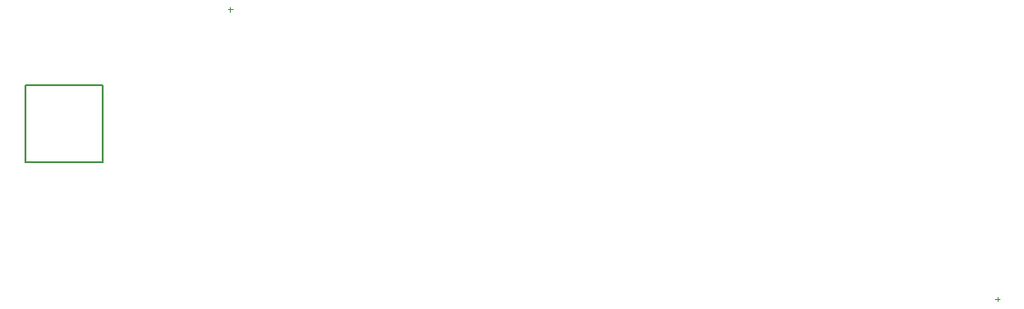
<source format=gm1>
%FSAX43Y43*%
%MOMM*%
G71*
G01*
G75*
G04 Layer_Color=16711935*
%ADD10R,1.200X1.400*%
%ADD11O,1.800X0.300*%
%ADD12O,0.300X1.800*%
%ADD13R,0.900X0.800*%
%ADD14R,0.508X1.300*%
%ADD15R,0.800X0.900*%
%ADD16R,0.635X2.032*%
%ADD17O,0.600X2.200*%
%ADD18R,2.200X2.200*%
%ADD19R,1.200X0.300*%
%ADD20R,0.300X1.200*%
%ADD21R,2.300X2.300*%
%ADD22R,2.540X1.016*%
%ADD23R,2.400X3.100*%
%ADD24R,2.200X0.450*%
%ADD25R,0.850X0.600*%
%ADD26R,3.683X3.048*%
%ADD27R,2.300X2.300*%
%ADD28C,0.254*%
%ADD29C,0.600*%
%ADD30C,0.381*%
%ADD31C,0.508*%
%ADD32C,0.889*%
%ADD33C,0.635*%
%ADD34C,0.762*%
%ADD35R,9.525X4.064*%
%ADD36R,1.905X3.302*%
%ADD37R,3.556X4.064*%
%ADD38R,11.049X1.016*%
%ADD39R,6.731X3.175*%
%ADD40R,8.509X2.159*%
%ADD41R,3.175X1.397*%
%ADD42C,0.508*%
%ADD43C,1.524*%
%ADD44C,0.762*%
%ADD45R,1.524X1.524*%
%ADD46C,3.556*%
%ADD47C,1.500*%
%ADD48R,1.500X1.500*%
%ADD49C,4.000*%
%ADD50C,3.810*%
%ADD51R,1.500X1.500*%
%ADD52C,1.600*%
%ADD53C,1.690*%
%ADD54R,1.690X1.690*%
%ADD55C,4.760*%
%ADD56C,2.032*%
%ADD57C,1.270*%
%ADD58C,3.000*%
%ADD59C,1.778*%
%ADD60R,1.300X1.000*%
%ADD61O,2.100X0.450*%
%ADD62R,2.540X2.794*%
%ADD63R,1.800X1.000*%
%ADD64R,2.286X2.286*%
%ADD65C,0.250*%
%ADD66C,0.100*%
%ADD67C,0.127*%
%ADD68C,0.200*%
%ADD69C,0.203*%
%ADD70R,1.403X1.603*%
%ADD71O,2.003X0.503*%
%ADD72O,0.503X2.003*%
%ADD73R,1.103X1.003*%
%ADD74R,0.711X1.503*%
%ADD75R,1.003X1.103*%
%ADD76R,0.838X2.235*%
%ADD77O,0.803X2.403*%
%ADD78R,1.403X0.503*%
%ADD79R,0.503X1.403*%
%ADD80R,2.503X2.503*%
%ADD81R,2.743X1.219*%
%ADD82R,2.603X3.303*%
%ADD83R,2.403X0.653*%
%ADD84R,1.053X0.803*%
%ADD85R,3.886X3.251*%
%ADD86R,2.503X2.503*%
%ADD87C,0.711*%
%ADD88C,1.727*%
%ADD89C,0.965*%
%ADD90R,1.727X1.727*%
%ADD91C,3.759*%
%ADD92C,1.703*%
%ADD93R,1.703X1.703*%
%ADD94C,4.203*%
%ADD95C,4.013*%
%ADD96R,1.703X1.703*%
%ADD97C,1.803*%
%ADD98C,1.893*%
%ADD99R,1.893X1.893*%
%ADD100C,4.963*%
%ADD101C,0.203*%
%ADD102C,2.235*%
%ADD103C,1.473*%
%ADD104C,3.203*%
%ADD105C,1.981*%
%ADD106R,1.503X1.203*%
%ADD107O,2.303X0.653*%
%ADD108R,2.743X2.997*%
%ADD109R,2.003X1.203*%
%ADD110C,0.150*%
D66*
X0122990Y0044323D02*
X0123390D01*
X0123190Y0044123D02*
Y0044523D01*
X0051489Y0071374D02*
X0051889D01*
X0051689Y0071174D02*
Y0071574D01*
D110*
X0032595Y0064306D02*
X0039795D01*
X0032595Y0057106D02*
X0039795D01*
Y0064306D01*
X0032595Y0057106D02*
Y0064306D01*
M02*

</source>
